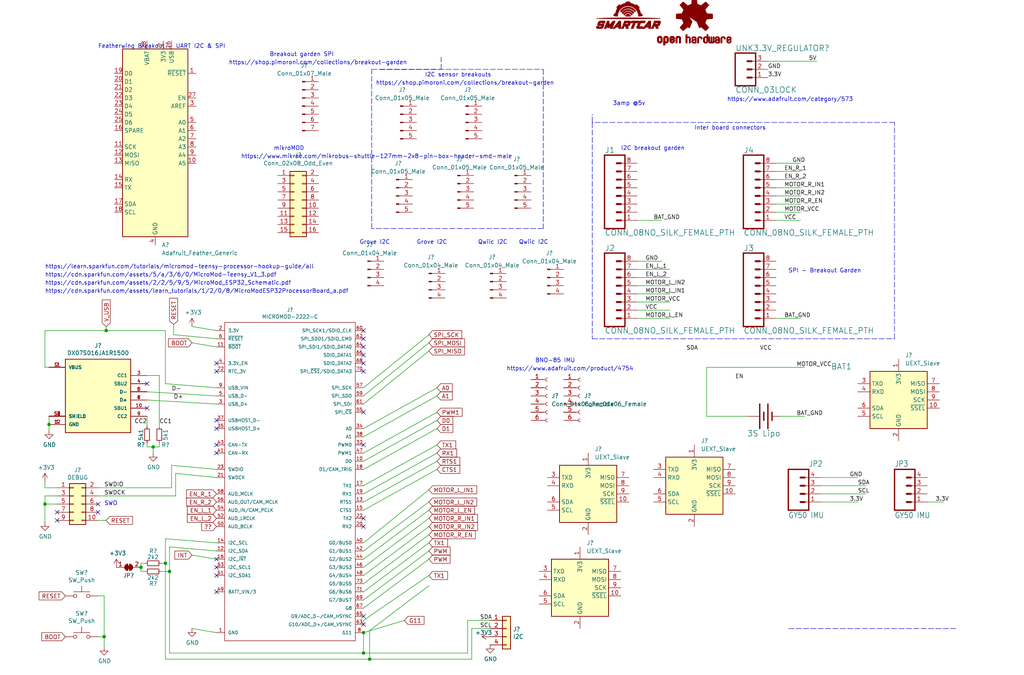
<source format=kicad_sch>
(kicad_sch (version 20211123) (generator eeschema)
  (paper "User" 318.389 210.007)
  (lib_symbols
    (symbol "Connector:Conn_01x04_Male" (pin_names (offset 1.016) hide)
      (property "Reference" "J" (at 0 5.08 0))
      (property "Value" "Conn_01x04_Male" (at 0 -7.62 0))
      (symbol "Conn_01x04_Male_1_1"
        (pin passive line (at 5.08 2.54 180) (length 3.81) (name "Pin_1") (number "1"))
        (pin passive line (at 5.08 0 180) (length 3.81) (name "Pin_2") (number "2"))
        (pin passive line (at 5.08 -2.54 180) (length 3.81) (name "Pin_3") (number "3"))
        (pin passive line (at 5.08 -5.08 180) (length 3.81) (name "Pin_4") (number "4"))
      )
    )
    (symbol "Connector:Conn_01x05_Male" (pin_names (offset 1.016) hide)
      (property "Reference" "J" (at 0 7.62 0))
      (property "Value" "Conn_01x05_Male" (at 0 -7.62 0))
      (symbol "Conn_01x05_Male_1_1"
        (pin passive line (at 5.08 5.08 180) (length 3.81) (name "Pin_1") (number "1"))
        (pin passive line (at 5.08 2.54 180) (length 3.81) (name "Pin_2") (number "2"))
        (pin passive line (at 5.08 0 180) (length 3.81) (name "Pin_3") (number "3"))
        (pin passive line (at 5.08 -2.54 180) (length 3.81) (name "Pin_4") (number "4"))
        (pin passive line (at 5.08 -5.08 180) (length 3.81) (name "Pin_5") (number "5"))
      )
    )
    (symbol "Connector:Conn_01x06_Female" (pin_names (offset 1.016) hide)
      (property "Reference" "J" (at 0 7.62 0))
      (property "Value" "Conn_01x06_Female" (at 0 -10.16 0))
      (symbol "Conn_01x06_Female_1_1"
        (pin passive line (at -5.08 5.08 0) (length 3.81) (name "Pin_1") (number "1"))
        (pin passive line (at -5.08 2.54 0) (length 3.81) (name "Pin_2") (number "2"))
        (pin passive line (at -5.08 0 0) (length 3.81) (name "Pin_3") (number "3"))
        (pin passive line (at -5.08 -2.54 0) (length 3.81) (name "Pin_4") (number "4"))
        (pin passive line (at -5.08 -5.08 0) (length 3.81) (name "Pin_5") (number "5"))
        (pin passive line (at -5.08 -7.62 0) (length 3.81) (name "Pin_6") (number "6"))
      )
    )
    (symbol "Connector:Conn_01x07_Male" (pin_names (offset 1.016) hide)
      (property "Reference" "J" (at 0 10.16 0))
      (property "Value" "Conn_01x07_Male" (at 0 -10.16 0))
      (symbol "Conn_01x07_Male_1_1"
        (pin passive line (at 5.08 7.62 180) (length 3.81) (name "Pin_1") (number "1"))
        (pin passive line (at 5.08 5.08 180) (length 3.81) (name "Pin_2") (number "2"))
        (pin passive line (at 5.08 2.54 180) (length 3.81) (name "Pin_3") (number "3"))
        (pin passive line (at 5.08 0 180) (length 3.81) (name "Pin_4") (number "4"))
        (pin passive line (at 5.08 -2.54 180) (length 3.81) (name "Pin_5") (number "5"))
        (pin passive line (at 5.08 -5.08 180) (length 3.81) (name "Pin_6") (number "6"))
        (pin passive line (at 5.08 -7.62 180) (length 3.81) (name "Pin_7") (number "7"))
      )
    )
    (symbol "Connector:UEXT_Slave"
      (property "Reference" "J" (at 6.35 10.16 0))
      (property "Value" "UEXT_Slave" (at 6.35 -10.16 0))
      (symbol "UEXT_Slave_1_1"
        (pin power_out line (at 0 12.7 270) (length 3.81) (name "3V3") (number "1"))
        (pin input line (at 12.7 -2.54 180) (length 3.81) (name "~{SSEL}") (number "10"))
        (pin power_in line (at 0 -12.7 90) (length 3.81) (name "GND") (number "2"))
        (pin input line (at -12.7 5.08 0) (length 3.81) (name "TXD") (number "3"))
        (pin output line (at -12.7 2.54 0) (length 3.81) (name "RXD") (number "4"))
        (pin input line (at -12.7 -5.08 0) (length 3.81) (name "SCL") (number "5"))
        (pin bidirectional line (at -12.7 -2.54 0) (length 3.81) (name "SDA") (number "6"))
        (pin input line (at 12.7 5.08 180) (length 3.81) (name "MISO") (number "7"))
        (pin output line (at 12.7 2.54 180) (length 3.81) (name "MOSI") (number "8"))
        (pin input line (at 12.7 0 180) (length 3.81) (name "SCK") (number "9"))
      )
    )
    (symbol "Connector_Generic:Conn_01x04" (pin_names (offset 1.016) hide)
      (property "Reference" "J" (at 0 5.08 0))
      (property "Value" "Conn_01x04" (at 0 -7.62 0))
      (symbol "Conn_01x04_1_1"
        (pin passive line (at -5.08 2.54 0) (length 3.81) (name "Pin_1") (number "1"))
        (pin passive line (at -5.08 0 0) (length 3.81) (name "Pin_2") (number "2"))
        (pin passive line (at -5.08 -2.54 0) (length 3.81) (name "Pin_3") (number "3"))
        (pin passive line (at -5.08 -5.08 0) (length 3.81) (name "Pin_4") (number "4"))
      )
    )
    (symbol "Connector_Generic:Conn_02x05_Odd_Even" (pin_names (offset 1.016) hide)
      (property "Reference" "J" (at 1.27 7.62 0))
      (property "Value" "Conn_02x05_Odd_Even" (at 1.27 -7.62 0))
      (symbol "Conn_02x05_Odd_Even_1_1"
        (pin passive line (at -5.08 5.08 0) (length 3.81) (name "Pin_1") (number "1"))
        (pin passive line (at 7.62 -5.08 180) (length 3.81) (name "Pin_10") (number "10"))
        (pin passive line (at 7.62 5.08 180) (length 3.81) (name "Pin_2") (number "2"))
        (pin passive line (at -5.08 2.54 0) (length 3.81) (name "Pin_3") (number "3"))
        (pin passive line (at 7.62 2.54 180) (length 3.81) (name "Pin_4") (number "4"))
        (pin passive line (at -5.08 0 0) (length 3.81) (name "Pin_5") (number "5"))
        (pin passive line (at 7.62 0 180) (length 3.81) (name "Pin_6") (number "6"))
        (pin passive line (at -5.08 -2.54 0) (length 3.81) (name "Pin_7") (number "7"))
        (pin passive line (at 7.62 -2.54 180) (length 3.81) (name "Pin_8") (number "8"))
        (pin passive line (at -5.08 -5.08 0) (length 3.81) (name "Pin_9") (number "9"))
      )
    )
    (symbol "Connector_Generic:Conn_02x08_Odd_Even" (pin_names (offset 1.016) hide)
      (property "Reference" "J" (at 1.27 10.16 0))
      (property "Value" "Conn_02x08_Odd_Even" (at 1.27 -12.7 0))
      (symbol "Conn_02x08_Odd_Even_1_1"
        (pin passive line (at -5.08 7.62 0) (length 3.81) (name "Pin_1") (number "1"))
        (pin passive line (at 7.62 -2.54 180) (length 3.81) (name "Pin_10") (number "10"))
        (pin passive line (at -5.08 -5.08 0) (length 3.81) (name "Pin_11") (number "11"))
        (pin passive line (at 7.62 -5.08 180) (length 3.81) (name "Pin_12") (number "12"))
        (pin passive line (at -5.08 -7.62 0) (length 3.81) (name "Pin_13") (number "13"))
        (pin passive line (at 7.62 -7.62 180) (length 3.81) (name "Pin_14") (number "14"))
        (pin passive line (at -5.08 -10.16 0) (length 3.81) (name "Pin_15") (number "15"))
        (pin passive line (at 7.62 -10.16 180) (length 3.81) (name "Pin_16") (number "16"))
        (pin passive line (at 7.62 7.62 180) (length 3.81) (name "Pin_2") (number "2"))
        (pin passive line (at -5.08 5.08 0) (length 3.81) (name "Pin_3") (number "3"))
        (pin passive line (at 7.62 5.08 180) (length 3.81) (name "Pin_4") (number "4"))
        (pin passive line (at -5.08 2.54 0) (length 3.81) (name "Pin_5") (number "5"))
        (pin passive line (at 7.62 2.54 180) (length 3.81) (name "Pin_6") (number "6"))
        (pin passive line (at -5.08 0 0) (length 3.81) (name "Pin_7") (number "7"))
        (pin passive line (at 7.62 0 180) (length 3.81) (name "Pin_8") (number "8"))
        (pin passive line (at -5.08 -2.54 0) (length 3.81) (name "Pin_9") (number "9"))
      )
    )
    (symbol "Device:R_Small" (pin_numbers hide) (pin_names (offset 0.254) hide)
      (property "Reference" "R" (at 0.762 0.508 0))
      (property "Value" "R_Small" (at 0.762 -1.016 0))
      (symbol "R_Small_1_1"
        (pin passive line (at 0 2.54 270) (length 0.762) (name "~") (number "1"))
        (pin passive line (at 0 -2.54 90) (length 0.762) (name "~") (number "2"))
      )
    )
    (symbol "Jumper:SolderJumper_2_Bridged" (pin_names (offset 0) hide)
      (property "Reference" "JP" (at 0 2.032 0))
      (property "Value" "SolderJumper_2_Bridged" (at 0 -2.54 0))
      (symbol "SolderJumper_2_Bridged_1_1"
        (pin passive line (at -3.81 0 0) (length 2.54) (name "A") (number "1"))
        (pin passive line (at 3.81 0 180) (length 2.54) (name "B") (number "2"))
      )
    )
    (symbol "MCU_Module:Adafruit_Feather_Generic"
      (property "Reference" "A" (at -10.16 29.21 0))
      (property "Value" "Adafruit_Feather_Generic" (at 2.54 -31.75 0))
      (symbol "Adafruit_Feather_Generic_1_1"
        (pin input line (at 12.7 20.32 180) (length 2.54) (name "~{RESET}") (number "1"))
        (pin bidirectional line (at 12.7 -7.62 180) (length 2.54) (name "A5") (number "10"))
        (pin bidirectional line (at -12.7 -2.54 0) (length 2.54) (name "SCK") (number "11"))
        (pin bidirectional line (at -12.7 -5.08 0) (length 2.54) (name "MOSI") (number "12"))
        (pin bidirectional line (at -12.7 -7.62 0) (length 2.54) (name "MISO") (number "13"))
        (pin bidirectional line (at -12.7 -12.7 0) (length 2.54) (name "RX") (number "14"))
        (pin bidirectional line (at -12.7 -15.24 0) (length 2.54) (name "TX") (number "15"))
        (pin bidirectional line (at -12.7 2.54 0) (length 2.54) (name "SPARE") (number "16"))
        (pin bidirectional line (at -12.7 -20.32 0) (length 2.54) (name "SDA") (number "17"))
        (pin bidirectional line (at -12.7 -22.86 0) (length 2.54) (name "SCL") (number "18"))
        (pin bidirectional line (at -12.7 20.32 0) (length 2.54) (name "D0") (number "19"))
        (pin power_in line (at 2.54 30.48 270) (length 2.54) (name "3V3") (number "2"))
        (pin bidirectional line (at -12.7 17.78 0) (length 2.54) (name "D1") (number "20"))
        (pin bidirectional line (at -12.7 15.24 0) (length 2.54) (name "D2") (number "21"))
        (pin bidirectional line (at -12.7 12.7 0) (length 2.54) (name "D3") (number "22"))
        (pin bidirectional line (at -12.7 10.16 0) (length 2.54) (name "D4") (number "23"))
        (pin bidirectional line (at -12.7 7.62 0) (length 2.54) (name "D5") (number "24"))
        (pin bidirectional line (at -12.7 5.08 0) (length 2.54) (name "D6") (number "25"))
        (pin power_in line (at 5.08 30.48 270) (length 2.54) (name "USB") (number "26"))
        (pin input line (at 12.7 12.7 180) (length 2.54) (name "EN") (number "27"))
        (pin power_in line (at -2.54 30.48 270) (length 2.54) (name "VBAT") (number "28"))
        (pin input line (at 12.7 10.16 180) (length 2.54) (name "AREF") (number "3"))
        (pin power_in line (at 0 -33.02 90) (length 2.54) (name "GND") (number "4"))
        (pin bidirectional line (at 12.7 5.08 180) (length 2.54) (name "A0") (number "5"))
        (pin bidirectional line (at 12.7 2.54 180) (length 2.54) (name "A1") (number "6"))
        (pin bidirectional line (at 12.7 0 180) (length 2.54) (name "A2") (number "7"))
        (pin bidirectional line (at 12.7 -2.54 180) (length 2.54) (name "A3") (number "8"))
        (pin bidirectional line (at 12.7 -5.08 180) (length 2.54) (name "A4") (number "9"))
      )
    )
    (symbol "Switch:SW_Push" (pin_numbers hide) (pin_names (offset 1.016) hide)
      (property "Reference" "SW" (at 1.27 2.54 0))
      (property "Value" "SW_Push" (at 0 -1.524 0))
      (symbol "SW_Push_0_1"
        (pin passive line (at -5.08 0 0) (length 2.54) (name "1") (number "1"))
        (pin passive line (at 5.08 0 180) (length 2.54) (name "2") (number "2"))
      )
    )
    (symbol "mmStep-rescue:+3.3V-power" (power) (pin_names (offset 0))
      (property "Value" "+3.3V-power" (at 0 3.556 0))
      (symbol "+3.3V-power_1_1"
        (pin power_in line (at 0 0 90) (length 0) hide (name "+3V3") (number "1"))
      )
    )
    (symbol "mmStep-rescue:DX07S016JA1R1500-USB" (pin_names (offset 1.016))
      (property "Reference" "J" (at -10.16 11.43 0))
      (property "Value" "DX07S016JA1R1500-USB" (at -10.16 -13.97 0))
      (symbol "DX07S016JA1R1500-USB_0_0"
        (pin power_in line (at 15.24 -10.16 180) (length 5.08) (name "GND") (number "1"))
        (pin passive line (at -15.24 -5.08 0) (length 5.08) (name "SBU1") (number "10"))
        (pin power_in line (at 15.24 7.62 180) (length 5.08) (name "VBUS") (number "11"))
        (pin power_in line (at 15.24 -10.16 180) (length 5.08) (name "GND") (number "12"))
        (pin power_in line (at 15.24 7.62 180) (length 5.08) (name "VBUS") (number "2"))
        (pin passive line (at -15.24 5.08 0) (length 5.08) (name "CC1") (number "3"))
        (pin passive line (at -15.24 2.54 0) (length 5.08) (name "SBU2") (number "4"))
        (pin passive line (at -15.24 0 0) (length 5.08) (name "D-") (number "5"))
        (pin passive line (at -15.24 -2.54 0) (length 5.08) (name "D+") (number "6"))
        (pin passive line (at -15.24 -2.54 0) (length 5.08) (name "D+") (number "7"))
        (pin passive line (at -15.24 0 0) (length 5.08) (name "D-") (number "8"))
        (pin passive line (at -15.24 -7.62 0) (length 5.08) (name "CC2") (number "9"))
        (pin passive line (at 15.24 -7.62 180) (length 5.08) (name "SHIELD") (number "S1"))
        (pin passive line (at 15.24 -7.62 180) (length 5.08) (name "SHIELD") (number "S2"))
        (pin passive line (at 15.24 -7.62 180) (length 5.08) (name "SHIELD") (number "S3"))
        (pin passive line (at 15.24 -7.62 180) (length 5.08) (name "SHIELD") (number "S4"))
        (pin passive line (at 15.24 -7.62 180) (length 5.08) (name "SHIELD") (number "S5"))
        (pin passive line (at 15.24 -7.62 180) (length 5.08) (name "SHIELD") (number "S6"))
      )
    )
    (symbol "mmStep-rescue:MICROMOD-2222-C-SparkFun-MicroMod" (pin_names (offset 1.016))
      (property "Reference" "J" (at -20.32 53.848 0))
      (property "Value" "MICROMOD-2222-C-SparkFun-MicroMod" (at -20.32 -48.26 0))
      (symbol "MICROMOD-2222-C-SparkFun-MicroMod_1_1"
        (pin bidirectional line (at -22.86 -43.18 0) (length 2.54) (name "GND") (number "1"))
        (pin bidirectional line (at 22.86 10.16 180) (length 2.54) (name "D0") (number "10"))
        (pin bidirectional line (at -22.86 45.72 0) (length 2.54) (name "~{BOOT}") (number "11"))
        (pin bidirectional line (at -22.86 -17.78 0) (length 2.54) (name "I2C_SDA") (number "12"))
        (pin bidirectional line (at 22.86 -2.54 180) (length 2.54) (name "RTS1") (number "13"))
        (pin bidirectional line (at -22.86 -15.24 0) (length 2.54) (name "I2C_SCL") (number "14"))
        (pin bidirectional line (at 22.86 -5.08 180) (length 2.54) (name "CTS1") (number "15"))
        (pin bidirectional line (at -22.86 -20.32 0) (length 2.54) (name "I2C_~{INT}") (number "16"))
        (pin bidirectional line (at 22.86 2.54 180) (length 2.54) (name "TX1") (number "17"))
        (pin bidirectional line (at 22.86 7.62 180) (length 2.54) (name "D1/CAM_TRIG") (number "18"))
        (pin bidirectional line (at 22.86 0 180) (length 2.54) (name "RX1") (number "19"))
        (pin power_in line (at -22.86 50.8 0) (length 2.54) (name "3.3V") (number "2"))
        (pin bidirectional line (at 22.86 -10.16 180) (length 2.54) (name "RX2") (number "20"))
        (pin bidirectional line (at -22.86 5.08 0) (length 2.54) (name "SWDCK") (number "21"))
        (pin bidirectional line (at 22.86 -7.62 180) (length 2.54) (name "TX2") (number "22"))
        (pin bidirectional line (at -22.86 7.62 0) (length 2.54) (name "SWDIO") (number "23"))
        (pin bidirectional line (at -22.86 27.94 0) (length 2.54) (name "USB_D+") (number "3"))
        (pin bidirectional line (at 22.86 15.24 180) (length 2.54) (name "PWM0") (number "32"))
        (pin bidirectional line (at -22.86 -43.18 0) (length 2.54) hide (name "GND") (number "33"))
        (pin bidirectional line (at 22.86 20.32 180) (length 2.54) (name "A0") (number "34"))
        (pin bidirectional line (at -22.86 20.32 0) (length 2.54) (name "USBHOST_D+") (number "35"))
        (pin bidirectional line (at -22.86 -43.18 0) (length 2.54) hide (name "GND") (number "36"))
        (pin bidirectional line (at -22.86 22.86 0) (length 2.54) (name "USBHOST_D-") (number "37"))
        (pin bidirectional line (at 22.86 17.78 180) (length 2.54) (name "A1") (number "38"))
        (pin bidirectional line (at -22.86 -43.18 0) (length 2.54) hide (name "GND") (number "39"))
        (pin bidirectional line (at -22.86 40.64 0) (length 2.54) (name "3.3V_EN") (number "4"))
        (pin bidirectional line (at 22.86 -15.24 180) (length 2.54) (name "G0/BUS0") (number "40"))
        (pin bidirectional line (at -22.86 12.7 0) (length 2.54) (name "CAN-RX") (number "41"))
        (pin bidirectional line (at 22.86 -17.78 180) (length 2.54) (name "G1/BUS1") (number "42"))
        (pin bidirectional line (at -22.86 15.24 0) (length 2.54) (name "CAN-TX") (number "43"))
        (pin bidirectional line (at 22.86 -20.32 180) (length 2.54) (name "G2/BUS2") (number "44"))
        (pin bidirectional line (at -22.86 -43.18 0) (length 2.54) hide (name "GND") (number "45"))
        (pin bidirectional line (at 22.86 -22.86 180) (length 2.54) (name "G3/BUS3") (number "46"))
        (pin bidirectional line (at 22.86 12.7 180) (length 2.54) (name "PWM1") (number "47"))
        (pin bidirectional line (at 22.86 -25.4 180) (length 2.54) (name "G4/BUS4") (number "48"))
        (pin bidirectional line (at -22.86 -30.48 0) (length 2.54) (name "BATT_VIN/3") (number "49"))
        (pin bidirectional line (at -22.86 30.48 0) (length 2.54) (name "USB_D-") (number "5"))
        (pin bidirectional line (at -22.86 -10.16 0) (length 2.54) (name "AUD_BCLK") (number "50"))
        (pin bidirectional line (at -22.86 -25.4 0) (length 2.54) (name "I2C_SDA1") (number "51"))
        (pin bidirectional line (at -22.86 -7.62 0) (length 2.54) (name "AUD_LRCLK") (number "52"))
        (pin bidirectional line (at -22.86 -22.86 0) (length 2.54) (name "I2C_SCL1") (number "53"))
        (pin bidirectional line (at -22.86 -5.08 0) (length 2.54) (name "AUD_IN/CAM_PCLK") (number "54"))
        (pin bidirectional line (at 22.86 25.4 180) (length 2.54) (name "SPI_~{CS}") (number "55"))
        (pin bidirectional line (at -22.86 -2.54 0) (length 2.54) (name "AUD_OUT/CAM_MCLK") (number "56"))
        (pin bidirectional line (at 22.86 33.02 180) (length 2.54) (name "SPI_SCK") (number "57"))
        (pin bidirectional line (at -22.86 0 0) (length 2.54) (name "AUD_MCLK") (number "58"))
        (pin bidirectional line (at 22.86 30.48 180) (length 2.54) (name "SPI_SDO") (number "59"))
        (pin bidirectional line (at -22.86 48.26 0) (length 2.54) (name "~{RESET}") (number "6"))
        (pin bidirectional line (at 22.86 50.8 180) (length 2.54) (name "SPI_SCK1/SDIO_CLK") (number "60"))
        (pin bidirectional line (at 22.86 27.94 180) (length 2.54) (name "SPI_SDI") (number "61"))
        (pin bidirectional line (at 22.86 48.26 180) (length 2.54) (name "SPI_SDO1/SDIO_CMD") (number "62"))
        (pin bidirectional line (at 22.86 -40.64 180) (length 2.54) (name "G10/ADC_D+/CAM_VSYNC") (number "63"))
        (pin bidirectional line (at 22.86 45.72 180) (length 2.54) (name "SPI_SDI1/SDIO_DATA0") (number "64"))
        (pin bidirectional line (at 22.86 -38.1 180) (length 2.54) (name "G9/ADC_D-/CAM_HSYNC") (number "65"))
        (pin bidirectional line (at 22.86 43.18 180) (length 2.54) (name "SDIO_DATA1") (number "66"))
        (pin bidirectional line (at 22.86 -35.56 180) (length 2.54) (name "G8") (number "67"))
        (pin bidirectional line (at 22.86 40.64 180) (length 2.54) (name "SDIO_DATA2") (number "68"))
        (pin bidirectional line (at 22.86 -33.02 180) (length 2.54) (name "G7/BUS7") (number "69"))
        (pin bidirectional line (at -22.86 -43.18 0) (length 2.54) hide (name "GND") (number "7"))
        (pin bidirectional line (at 22.86 38.1 180) (length 2.54) (name "SPI_~{CS1}/SDIO_DATA3") (number "70"))
        (pin bidirectional line (at 22.86 -30.48 180) (length 2.54) (name "G6/BUS6") (number "71"))
        (pin bidirectional line (at -22.86 38.1 0) (length 2.54) (name "RTC_3V") (number "72"))
        (pin bidirectional line (at 22.86 -27.94 180) (length 2.54) (name "G5/BUS5") (number "73"))
        (pin power_in line (at -22.86 50.8 0) (length 2.54) hide (name "3.3V") (number "74"))
        (pin bidirectional line (at -22.86 -43.18 0) (length 2.54) hide (name "GND") (number "75"))
        (pin bidirectional line (at 22.86 -43.18 180) (length 2.54) (name "G11") (number "8"))
        (pin bidirectional line (at -22.86 33.02 0) (length 2.54) (name "USB_VIN") (number "9"))
      )
    )
    (symbol "modules_board-eagle-import:AA-BATTERY-PTH"
      (property "Reference" "BAT" (at 0 4.318 0))
      (property "Value" "AA-BATTERY-PTH" (at 0 -4.318 0))
      (symbol "AA-BATTERY-PTH_1_0"
        (pin power_in line (at 5.08 0 180) (length 2.54) (name "-") (number "NEG"))
        (pin power_in line (at -5.08 0 0) (length 2.54) (name "+") (number "POS"))
      )
    )
    (symbol "modules_board-eagle-import:CONN_03LOCK"
      (property "Reference" "J" (at -2.54 5.588 0))
      (property "Value" "CONN_03LOCK" (at -2.54 -7.366 0))
      (symbol "CONN_03LOCK_1_0"
        (pin passive line (at 7.62 -2.54 180) (length 5.08) (name "1") (number "1"))
        (pin passive line (at 7.62 0 180) (length 5.08) (name "2") (number "2"))
        (pin passive line (at 7.62 2.54 180) (length 5.08) (name "3") (number "3"))
      )
    )
    (symbol "modules_board-eagle-import:CONN_08NO_SILK_FEMALE_PTH"
      (property "Reference" "J" (at -5.08 13.208 0))
      (property "Value" "CONN_08NO_SILK_FEMALE_PTH" (at -5.08 -12.446 0))
      (symbol "CONN_08NO_SILK_FEMALE_PTH_1_0"
        (pin passive line (at 5.08 -7.62 180) (length 5.08) (name "1") (number "1"))
        (pin passive line (at 5.08 -5.08 180) (length 5.08) (name "2") (number "2"))
        (pin passive line (at 5.08 -2.54 180) (length 5.08) (name "3") (number "3"))
        (pin passive line (at 5.08 0 180) (length 5.08) (name "4") (number "4"))
        (pin passive line (at 5.08 2.54 180) (length 5.08) (name "5") (number "5"))
        (pin passive line (at 5.08 5.08 180) (length 5.08) (name "6") (number "6"))
        (pin passive line (at 5.08 7.62 180) (length 5.08) (name "7") (number "7"))
        (pin passive line (at 5.08 10.16 180) (length 5.08) (name "8") (number "8"))
      )
    )
    (symbol "modules_board-eagle-import:M04NO_SILK_ALL_ROUND"
      (property "Reference" "JP" (at -5.08 8.382 0))
      (property "Value" "M04NO_SILK_ALL_ROUND" (at -5.08 -7.62 0))
      (symbol "M04NO_SILK_ALL_ROUND_1_0"
        (pin passive line (at 5.08 -2.54 180) (length 5.08) (name "1") (number "1"))
        (pin passive line (at 5.08 0 180) (length 5.08) (name "2") (number "2"))
        (pin passive line (at 5.08 2.54 180) (length 5.08) (name "3") (number "3"))
        (pin passive line (at 5.08 5.08 180) (length 5.08) (name "4") (number "4"))
      )
    )
    (symbol "modules_board-eagle-import:OSHW-LOGOL")
    (symbol "modules_board-eagle-import:SMARTCAR_LOGOMEDIUM")
    (symbol "power:+3V3" (power) (pin_names (offset 0))
      (property "Value" "+3V3" (at 0 3.556 0))
      (symbol "+3V3_1_1"
        (pin power_in line (at 0 0 90) (length 0) hide (name "+3V3") (number "1"))
      )
    )
    (symbol "power:GND" (power) (pin_names (offset 0))
      (property "Value" "GND" (at 0 -3.81 0))
      (symbol "GND_1_1"
        (pin power_in line (at 0 0 270) (length 0) hide (name "GND") (number "1"))
      )
    )
  )
  (junction (at 32.385 198.12))
  (junction (at 114.935 205.105))
  (junction (at 52.705 177.8))
  (junction (at 13.97 156.845))
  (junction (at 15.24 132.08))
  (junction (at 43.815 176.53))
  (junction (at 33.02 102.87))
  (junction (at 47.625 139.065))
  (junction (at 113.03 196.85))
  (junction (at 113.03 203.2))
  (junction (at 51.435 175.26))
  (no_connect (at 113.03 163.83))
  (no_connect (at 67.31 184.15))
  (no_connect (at 17.78 159.385))
  (no_connect (at 113.03 191.77))
  (no_connect (at 113.03 194.31))
  (no_connect (at 67.31 113.03))
  (no_connect (at 17.78 161.925))
  (no_connect (at 113.03 107.95))
  (no_connect (at 67.31 179.07))
  (no_connect (at 113.03 110.49))
  (no_connect (at 67.31 130.81))
  (no_connect (at 67.31 173.99))
  (no_connect (at 67.31 133.35))
  (no_connect (at 113.03 115.57))
  (no_connect (at 45.72 119.38))
  (no_connect (at 67.31 176.53))
  (no_connect (at 113.03 105.41))
  (no_connect (at 67.31 138.43))
  (no_connect (at 113.03 138.43))
  (no_connect (at 30.48 156.845))
  (no_connect (at 67.31 115.57))
  (no_connect (at 30.48 159.385))
  (no_connect (at 113.03 102.87))
  (no_connect (at 113.03 128.27))
  (no_connect (at 113.03 113.03))
  (no_connect (at 113.03 161.29))
  (no_connect (at 45.72 127))
  (no_connect (at 67.31 140.97))
  (wire (pts (xy 198.12 99.06) (xy 208.28 99.06)))
  (wire (pts (xy 152.4 195.58) (xy 146.685 195.58)))
  (polyline (pts (xy 184.15 38.1) (xy 184.15 105.41)))
  (wire (pts (xy 13.97 151.765) (xy 13.97 149.86)))
  (wire (pts (xy 30.48 154.305) (xy 54.61 154.305)))
  (wire (pts (xy 219.71 129.54) (xy 232.41 129.54)))
  (wire (pts (xy 241.3 68.58) (xy 248.92 68.58)))
  (wire (pts (xy 67.31 107.95) (xy 59.69 106.68)))
  (wire (pts (xy 133.35 152.4) (xy 113.03 168.91)))
  (wire (pts (xy 51.435 119.38) (xy 51.435 102.87)))
  (polyline (pts (xy 297.18 195.58) (xy 245.11 195.58)))
  (wire (pts (xy 255.27 156.21) (xy 266.7 156.21)))
  (wire (pts (xy 198.12 88.9) (xy 208.28 88.9)))
  (wire (pts (xy 32.385 198.12) (xy 32.385 185.42)))
  (polyline (pts (xy 115.57 71.12) (xy 115.57 21.59)))
  (wire (pts (xy 114.935 196.215) (xy 133.35 182.245)))
  (wire (pts (xy 52.705 203.2) (xy 52.705 177.8)))
  (wire (pts (xy 51.435 175.26) (xy 51.435 205.105)))
  (wire (pts (xy 13.97 114.3) (xy 15.24 114.3)))
  (wire (pts (xy 50.165 177.8) (xy 52.705 177.8)))
  (wire (pts (xy 113.03 133.35) (xy 135.89 120.65)))
  (wire (pts (xy 113.03 186.69) (xy 133.35 171.45)))
  (wire (pts (xy 113.03 153.67) (xy 135.89 140.97)))
  (wire (pts (xy 113.03 135.89) (xy 135.89 123.19)))
  (wire (pts (xy 219.71 114.3) (xy 250.19 114.3)))
  (wire (pts (xy 43.815 176.53) (xy 43.815 177.8)))
  (wire (pts (xy 113.03 120.65) (xy 133.35 104.14)))
  (wire (pts (xy 255.27 148.59) (xy 266.7 148.59)))
  (wire (pts (xy 30.48 151.765) (xy 53.34 151.765)))
  (wire (pts (xy 241.3 58.42) (xy 248.92 58.42)))
  (wire (pts (xy 241.3 50.8) (xy 248.92 50.8)))
  (wire (pts (xy 53.975 104.14) (xy 67.31 105.41)))
  (wire (pts (xy 13.97 156.845) (xy 13.97 162.56)))
  (wire (pts (xy 17.78 151.765) (xy 13.97 151.765)))
  (wire (pts (xy 43.815 177.8) (xy 45.085 177.8)))
  (wire (pts (xy 53.34 144.78) (xy 67.31 146.05)))
  (polyline (pts (xy 278.13 105.41) (xy 278.13 38.1)))
  (wire (pts (xy 13.97 102.87) (xy 13.97 114.3)))
  (wire (pts (xy 146.685 195.58) (xy 146.685 205.105)))
  (wire (pts (xy 238.76 19.05) (xy 254 19.05)))
  (wire (pts (xy 47.625 140.97) (xy 47.625 139.065)))
  (polyline (pts (xy 118.11 21.59) (xy 168.91 21.59)))
  (wire (pts (xy 67.31 102.87) (xy 59.69 101.6)))
  (wire (pts (xy 255.27 153.67) (xy 269.24 153.67)))
  (wire (pts (xy 241.3 55.88) (xy 248.92 55.88)))
  (wire (pts (xy 52.705 170.18) (xy 67.31 171.45)))
  (wire (pts (xy 43.815 175.26) (xy 43.815 176.53)))
  (wire (pts (xy 113.03 171.45) (xy 133.35 156.21)))
  (wire (pts (xy 113.03 179.07) (xy 133.35 163.83)))
  (wire (pts (xy 15.24 133.985) (xy 15.24 132.08)))
  (polyline (pts (xy 278.13 38.1) (xy 184.15 38.1)))
  (wire (pts (xy 32.385 185.42) (xy 30.48 185.42)))
  (wire (pts (xy 113.03 143.51) (xy 135.89 130.81)))
  (wire (pts (xy 67.31 168.91) (xy 51.435 167.64)))
  (wire (pts (xy 67.31 120.65) (xy 51.435 119.38)))
  (wire (pts (xy 241.3 60.96) (xy 248.92 60.96)))
  (wire (pts (xy 241.3 99.06) (xy 248.92 99.06)))
  (wire (pts (xy 51.435 205.105) (xy 114.935 205.105)))
  (wire (pts (xy 113.03 151.13) (xy 135.89 138.43)))
  (wire (pts (xy 242.57 129.54) (xy 250.19 129.54)))
  (wire (pts (xy 145.415 193.04) (xy 152.4 193.04)))
  (wire (pts (xy 67.31 173.99) (xy 59.69 172.72)))
  (wire (pts (xy 241.3 53.34) (xy 248.92 53.34)))
  (wire (pts (xy 33.02 102.87) (xy 51.435 102.87)))
  (wire (pts (xy 198.12 91.44) (xy 208.28 91.44)))
  (polyline (pts (xy 184.15 38.1) (xy 184.15 35.56)))
  (wire (pts (xy 113.03 194.31) (xy 113.03 193.04)))
  (wire (pts (xy 113.03 146.05) (xy 135.89 133.35)))
  (wire (pts (xy 219.71 114.3) (xy 219.71 129.54)))
  (polyline (pts (xy 168.91 21.59) (xy 168.91 71.12)))
  (wire (pts (xy 49.53 116.84) (xy 45.72 116.84)))
  (wire (pts (xy 198.12 81.28) (xy 205.74 81.28)))
  (wire (pts (xy 45.085 175.26) (xy 43.815 175.26)))
  (polyline (pts (xy 184.15 105.41) (xy 278.13 105.41)))
  (wire (pts (xy 113.03 176.53) (xy 133.35 161.29)))
  (wire (pts (xy 288.29 156.21) (xy 293.37 156.21)))
  (wire (pts (xy 114.935 205.105) (xy 114.935 196.215)))
  (wire (pts (xy 67.31 148.59) (xy 54.61 147.32)))
  (wire (pts (xy 198.12 86.36) (xy 208.28 86.36)))
  (wire (pts (xy 113.03 125.73) (xy 133.35 109.22)))
  (wire (pts (xy 113.03 184.15) (xy 133.35 168.91)))
  (wire (pts (xy 33.02 102.87) (xy 13.97 102.87)))
  (wire (pts (xy 113.03 196.85) (xy 125.73 193.04)))
  (wire (pts (xy 255.27 151.13) (xy 269.24 151.13)))
  (wire (pts (xy 49.53 139.065) (xy 49.53 137.795)))
  (wire (pts (xy 113.03 189.23) (xy 133.35 173.99)))
  (wire (pts (xy 52.705 177.8) (xy 52.705 170.18)))
  (wire (pts (xy 145.415 203.2) (xy 145.415 193.04)))
  (wire (pts (xy 52.705 203.2) (xy 113.03 203.2)))
  (wire (pts (xy 113.03 203.2) (xy 113.03 196.85)))
  (wire (pts (xy 45.72 137.795) (xy 45.72 139.065)))
  (polyline (pts (xy 115.57 21.59) (xy 137.16 21.59)))
  (wire (pts (xy 113.03 156.21) (xy 135.89 143.51)))
  (wire (pts (xy 30.48 198.12) (xy 32.385 198.12)))
  (wire (pts (xy 45.72 132.715) (xy 45.72 129.54)))
  (wire (pts (xy 113.03 193.04) (xy 133.35 179.07)))
  (wire (pts (xy 32.385 201.295) (xy 32.385 198.12)))
  (wire (pts (xy 53.34 144.78) (xy 53.34 151.765)))
  (wire (pts (xy 67.31 196.85) (xy 59.69 195.58)))
  (wire (pts (xy 49.53 132.715) (xy 49.53 116.84)))
  (wire (pts (xy 113.03 203.2) (xy 145.415 203.2)))
  (wire (pts (xy 198.12 96.52) (xy 208.28 96.52)))
  (wire (pts (xy 47.625 139.065) (xy 49.53 139.065)))
  (wire (pts (xy 113.03 123.19) (xy 133.35 106.68)))
  (wire (pts (xy 241.3 66.04) (xy 248.92 66.04)))
  (wire (pts (xy 50.165 175.26) (xy 51.435 175.26)))
  (wire (pts (xy 13.97 154.305) (xy 13.97 156.845)))
  (wire (pts (xy 53.975 100.965) (xy 53.975 104.14)))
  (wire (pts (xy 113.03 173.99) (xy 133.35 158.75)))
  (wire (pts (xy 45.72 121.92) (xy 67.31 123.19)))
  (polyline (pts (xy 168.91 71.12) (xy 115.57 71.12)))
  (wire (pts (xy 15.24 129.54) (xy 15.24 132.08)))
  (wire (pts (xy 51.435 167.64) (xy 51.435 175.26)))
  (wire (pts (xy 45.72 139.065) (xy 47.625 139.065)))
  (wire (pts (xy 17.78 154.305) (xy 13.97 154.305)))
  (wire (pts (xy 45.72 124.46) (xy 67.31 125.73)))
  (wire (pts (xy 198.12 68.58) (xy 205.74 68.58)))
  (wire (pts (xy 146.685 205.105) (xy 114.935 205.105)))
  (wire (pts (xy 113.03 158.75) (xy 135.89 146.05)))
  (wire (pts (xy 198.12 93.98) (xy 208.28 93.98)))
  (polyline (pts (xy 137.16 21.59) (xy 137.16 17.78)))
  (wire (pts (xy 198.12 83.82) (xy 208.28 83.82)))
  (wire (pts (xy 113.03 140.97) (xy 135.89 128.27)))
  (wire (pts (xy 30.48 161.925) (xy 33.02 161.925)))
  (wire (pts (xy 241.3 63.5) (xy 248.92 63.5)))
  (wire (pts (xy 54.61 147.32) (xy 54.61 154.305)))
  (wire (pts (xy 17.78 156.845) (xy 13.97 156.845)))
  (wire (pts (xy 113.03 181.61) (xy 133.35 166.37)))
  (wire (pts (xy 33.02 101.6) (xy 33.02 102.87)))
  (text "Grove I2C" (at 111.76 76.2 0) (effects (font (size 1.27 1.27)) (justify left bottom)))
  (text "https://cdn.sparkfun.com/assets/5/a/3/6/0/MicroMod-Teensy_V1_3.pdf" (at 13.97 86.36 0) (effects (font (size 1.27 1.27)) (justify left bottom)))
  (text "3amp @5v" (at 190.5 33.02 0) (effects (font (size 1.27 1.27)) (justify left bottom)))
  (text "SWO" (at 32.385 157.48 0) (effects (font (size 1.27 1.27)) (justify left bottom)))
  (text "https://shop.pimoroni.com/collections/breakout-garden" (at 116.84 26.67 0) (effects (font (size 1.27 1.27)) (justify left bottom)))
  (text "https://cdn.sparkfun.com/assets/2/2/5/9/5/MicroMod_ESP32_Schematic.pdf" (at 13.97 88.9 0) (effects (font (size 1.27 1.27)) (justify left bottom)))
  (text "I2C breakout garden" (at 193.04 46.99 0) (effects (font (size 1.27 1.27)) (justify left bottom)))
  (text "mikroMOD\n" (at 85.09 46.99 0) (effects (font (size 1.27 1.27)) (justify left bottom)))
  (text "SPI - Breakout Garden" (at 245.11 85.09 0) (effects (font (size 1.27 1.27)) (justify left bottom)))
  (text "I2C sensor breakouts" (at 132.08 24.13 0) (effects (font (size 1.27 1.27)) (justify left bottom)))
  (text "BNO-85 IMU" (at 166.37 113.03 0) (effects (font (size 1.27 1.27)) (justify left bottom)))
  (text "Inter board connectors" (at 215.9 40.64 0) (effects (font (size 1.27 1.27)) (justify left bottom)))
  (text "https://shop.pimoroni.com/collections/breakout-garden" (at 71.12 20.32 0) (effects (font (size 1.27 1.27)) (justify left bottom)))
  (text "Qwiic I2C\n" (at 148.59 76.2 0) (effects (font (size 1.27 1.27)) (justify left bottom)))
  (text "Grove I2C" (at 129.54 76.2 0) (effects (font (size 1.27 1.27)) (justify left bottom)))
  (text "https://www.adafruit.com/category/573" (at 226.06 31.75 0) (effects (font (size 1.27 1.27)) (justify left bottom)))
  (text "Qwiic I2C\n" (at 161.29 76.2 0) (effects (font (size 1.27 1.27)) (justify left bottom)))
  (text "https://www.mikroe.com/mikrobus-shuttle-127mm-2x8-pin-box-header-smd-male" (at 74.93 49.53 0) (effects (font (size 1.27 1.27)) (justify left bottom)))
  (text "Breakout garden SPI\n" (at 83.82 17.78 0) (effects (font (size 1.27 1.27)) (justify left bottom)))
  (text "https://learn.sparkfun.com/tutorials/micromod-teensy-processor-hookup-guide/all" (at 13.97 83.82 0) (effects (font (size 1.27 1.27)) (justify left bottom)))
  (text "Featherwing Breakout - UART I2C & SPI" (at 30.48 15.24 0) (effects (font (size 1.27 1.27)) (justify left bottom)))
  (text "https://cdn.sparkfun.com/assets/learn_tutorials/1/2/0/8/MicroModESP32ProcessorBoard_a.pdf" (at 13.97 91.44 0) (effects (font (size 1.27 1.27)) (justify left bottom)))
  (text "https://www.adafruit.com/product/4754" (at 157.48 115.57 0) (effects (font (size 1.27 1.27)) (justify left bottom)))
  (label "VCC" (at 236.22 109.22 0) (effects (font (size 1.2446 1.2446))))
  (label "BAT_GND" (at 243.84 99.06 0) (effects (font (size 1.2446 1.2446))))
  (label "MOTOR_L_IN1" (at 200.66 91.44 0) (effects (font (size 1.2446 1.2446))))
  (label "EN_L_2" (at 200.66 86.36 0) (effects (font (size 1.2446 1.2446))))
  (label "MOTOR_VCC" (at 200.66 93.98 0) (effects (font (size 1.2446 1.2446))))
  (label "CC1" (at 49.53 132.08 0))
  (label "VCC" (at 243.84 68.58 0) (effects (font (size 1.2446 1.2446))))
  (label "GND" (at 200.66 81.28 0) (effects (font (size 1.2446 1.2446))))
  (label "SWDIO" (at 32.385 151.765 0))
  (label "GND" (at 264.16 148.59 0) (effects (font (size 1.2446 1.2446))))
  (label "MOTOR_L_EN" (at 200.66 99.06 0) (effects (font (size 1.2446 1.2446))))
  (label "GND" (at 246.38 50.8 0) (effects (font (size 1.2446 1.2446))))
  (label "5V" (at 251.46 19.05 0) (effects (font (size 1.2446 1.2446))))
  (label "SDA" (at 266.7 151.13 0) (effects (font (size 1.2446 1.2446))))
  (label "SDA" (at 213.36 109.22 0) (effects (font (size 1.2446 1.2446))))
  (label "EN" (at 228.6 118.11 0) (effects (font (size 1.2446 1.2446))))
  (label "SDA" (at 149.225 193.04 0))
  (label "GND" (at 238.76 21.59 0) (effects (font (size 1.2446 1.2446))))
  (label "SCL" (at 149.225 195.58 0))
  (label "3.3V" (at 264.16 156.21 0) (effects (font (size 1.2446 1.2446))))
  (label "VCC" (at 200.66 96.52 0) (effects (font (size 1.2446 1.2446))))
  (label "MOTOR_VCC" (at 243.84 66.04 0) (effects (font (size 1.2446 1.2446))))
  (label "EN_L_1" (at 200.66 83.82 0) (effects (font (size 1.2446 1.2446))))
  (label "BAT_GND" (at 247.65 129.54 0) (effects (font (size 1.2446 1.2446))))
  (label "3.3V" (at 290.83 156.21 0) (effects (font (size 1.2446 1.2446))))
  (label "MOTOR_L_IN2" (at 200.66 88.9 0) (effects (font (size 1.2446 1.2446))))
  (label "SWDCK" (at 32.385 154.305 0))
  (label "3.3V" (at 238.76 24.13 0) (effects (font (size 1.2446 1.2446))))
  (label "MOTOR_VCC" (at 247.65 114.3 0) (effects (font (size 1.2446 1.2446))))
  (label "EN_R_2" (at 243.84 55.88 0) (effects (font (size 1.2446 1.2446))))
  (label "D-" (at 53.34 121.92 0))
  (label "D+" (at 53.975 124.46 0))
  (label "MOTOR_R_EN" (at 243.84 63.5 0) (effects (font (size 1.2446 1.2446))))
  (label "MOTOR_R_IN1" (at 243.84 58.42 0) (effects (font (size 1.2446 1.2446))))
  (label "EN_R_1" (at 243.84 53.34 0) (effects (font (size 1.2446 1.2446))))
  (label "BAT_GND" (at 203.2 68.58 0) (effects (font (size 1.2446 1.2446))))
  (label "MOTOR_R_IN2" (at 243.84 60.96 0) (effects (font (size 1.2446 1.2446))))
  (label "CC2" (at 45.72 132.08 180))
  (label "SCL" (at 266.7 153.67 0) (effects (font (size 1.2446 1.2446))))
  (global_label "V_USB" (shape input) (at 33.02 101.6 90) (property "Intersheet References" "${INTERSHEET_REFS}" (effects hide)))
  (global_label "BOOT" (shape input) (at 20.32 198.12 180) (property "Intersheet References" "${INTERSHEET_REFS}" (effects hide)))
  (global_label "TX1" (shape input) (at 133.35 168.91 0) (property "Intersheet References" "${INTERSHEET_REFS}" (effects hide)))
  (global_label "EN_L_1" (shape input) (at 67.31 158.75 180) (property "Intersheet References" "${INTERSHEET_REFS}" (effects hide)))
  (global_label "D0" (shape input) (at 135.89 130.81 0) (property "Intersheet References" "${INTERSHEET_REFS}" (effects hide)))
  (global_label "INT" (shape input) (at 59.69 172.72 180) (property "Intersheet References" "${INTERSHEET_REFS}" (effects hide)))
  (global_label "PWM" (shape input) (at 133.35 173.99 0) (property "Intersheet References" "${INTERSHEET_REFS}" (effects hide)))
  (global_label "SPI_MISO" (shape input) (at 133.35 109.22 0) (property "Intersheet References" "${INTERSHEET_REFS}" (effects hide)))
  (global_label "RESET" (shape input) (at 33.02 161.925 0) (property "Intersheet References" "${INTERSHEET_REFS}" (effects hide)))
  (global_label "PWM1" (shape input) (at 135.89 128.27 0) (property "Intersheet References" "${INTERSHEET_REFS}" (effects hide)))
  (global_label "RTS1" (shape input) (at 135.89 143.51 0) (property "Intersheet References" "${INTERSHEET_REFS}" (effects hide)))
  (global_label "MOTOR_R_EN" (shape input) (at 133.35 166.37 0) (property "Intersheet References" "${INTERSHEET_REFS}" (effects hide)))
  (global_label "G11" (shape input) (at 125.73 193.04 0) (property "Intersheet References" "${INTERSHEET_REFS}" (effects hide)))
  (global_label "MOTOR_L_IN2" (shape input) (at 133.35 156.21 0) (property "Intersheet References" "${INTERSHEET_REFS}" (effects hide)))
  (global_label "MOTOR_L_IN1" (shape input) (at 133.35 152.4 0) (property "Intersheet References" "${INTERSHEET_REFS}" (effects hide)))
  (global_label "MOTOR_L_EN" (shape input) (at 133.35 158.75 0) (property "Intersheet References" "${INTERSHEET_REFS}" (effects hide)))
  (global_label "A0" (shape input) (at 135.89 120.65 0) (property "Intersheet References" "${INTERSHEET_REFS}" (effects hide)))
  (global_label "RX1" (shape input) (at 135.89 140.97 0) (property "Intersheet References" "${INTERSHEET_REFS}" (effects hide)))
  (global_label "BOOT" (shape input) (at 59.69 106.68 180) (property "Intersheet References" "${INTERSHEET_REFS}" (effects hide)))
  (global_label "RESET" (shape input) (at 20.32 185.42 180) (property "Intersheet References" "${INTERSHEET_REFS}" (effects hide)))
  (global_label "TX1" (shape input) (at 135.89 138.43 0) (property "Intersheet References" "${INTERSHEET_REFS}" (effects hide)))
  (global_label "EN_L_2" (shape input) (at 67.31 161.29 180) (property "Intersheet References" "${INTERSHEET_REFS}" (effects hide)))
  (global_label "TX1" (shape input) (at 133.35 179.07 0) (property "Intersheet References" "${INTERSHEET_REFS}" (effects hide)))
  (global_label "CTS1" (shape input) (at 135.89 146.05 0) (property "Intersheet References" "${INTERSHEET_REFS}" (effects hide)))
  (global_label "A1" (shape input) (at 135.89 123.19 0) (property "Intersheet References" "${INTERSHEET_REFS}" (effects hide)))
  (global_label "MOTOR_R_IN1" (shape input) (at 133.35 161.29 0) (property "Intersheet References" "${INTERSHEET_REFS}" (effects hide)))
  (global_label "SPI_MOSI" (shape input) (at 133.35 106.68 0) (property "Intersheet References" "${INTERSHEET_REFS}" (effects hide)))
  (global_label "EN_R_1" (shape input) (at 67.31 153.67 180) (property "Intersheet References" "${INTERSHEET_REFS}" (effects hide)))
  (global_label "SPI_SCK" (shape input) (at 133.35 104.14 0) (property "Intersheet References" "${INTERSHEET_REFS}" (effects hide)))
  (global_label "RESET" (shape input) (at 53.975 100.965 90) (property "Intersheet References" "${INTERSHEET_REFS}" (effects hide)))
  (global_label "??" (shape input) (at 67.31 163.83 180) (property "Intersheet References" "${INTERSHEET_REFS}" (effects hide)))
  (global_label "EN_R_2" (shape input) (at 67.31 156.21 180) (property "Intersheet References" "${INTERSHEET_REFS}" (effects hide)))
  (global_label "D1" (shape input) (at 135.89 133.35 0) (property "Intersheet References" "${INTERSHEET_REFS}" (effects hide)))
  (global_label "MOTOR_R_IN2" (shape input) (at 133.35 163.83 0) (property "Intersheet References" "${INTERSHEET_REFS}" (effects hide)))
  (global_label "PWM" (shape input) (at 133.35 171.45 0) (property "Intersheet References" "${INTERSHEET_REFS}" (effects hide)))
  (symbol (lib_id "modules_board-eagle-import:AA-BATTERY-PTH") (at 237.49 129.54 0) (unit 1)
    (property "Reference" "BAT1" (at 261.62 115.062 0) (effects (font (size 1.778 1.778)) (justify bottom)))
    (property "Value" "3S Lipo" (at 237.49 133.858 0) (effects (font (size 1.778 1.778)) (justify top)))
    (property "Footprint" "modules_board:AA-PCB-BATTERY" (effects hide))
  )
  (symbol (lib_id "mmStep-rescue:DX07S016JA1R1500-USB") (at 30.48 121.92 0) (mirror y) (unit 1)
    (property "Reference" "J?" (at 30.48 107.5182 0))
    (property "Value" "DX07S016JA1R1500" (at 30.48 109.8296 0))
    (property "Footprint" "myCon:JAE_DX07S016JA1R1500" (effects hide))
    (property "STANDARD" "Manufacturer Recommendations" (effects hide))
    (property "MANUFACTURER" "JAE Industry Ltd." (effects hide))
    (property "PARTREV" "1" (effects hide))
    (property "MAXIMUM_PACKAGE_HEIGHT" "3.31 mm" (effects hide))
  )
  (symbol (lib_id "Connector:UEXT_Slave") (at 215.9 151.13 0) (unit 1)
    (property "Reference" "J?" (at 217.9194 137.16 0) (effects (justify left)))
    (property "Value" "UEXT_Slave" (at 217.9194 139.7 0) (effects (justify left)))
    (property "Datasheet" "https://www.olimex.com/Products/Modules/UEXT/resources/UEXT_rev_B.pdf" (effects hide))
  )
  (symbol (lib_id "Connector_Generic:Conn_02x08_Odd_Even") (at 91.44 62.23 0) (unit 1)
    (property "Reference" "J?" (at 92.71 48.26 0))
    (property "Value" "Conn_02x08_Odd_Even" (at 92.71 50.8 0))
  )
  (symbol (lib_id "Connector:Conn_01x04_Male") (at 114.3 83.82 0) (unit 1)
    (property "Reference" "J?" (at 114.935 76.2 0))
    (property "Value" "Conn_01x04_Male" (at 114.935 78.74 0))
  )
  (symbol (lib_id "Switch:SW_Push") (at 25.4 198.12 0) (unit 1)
    (property "Reference" "SW?" (at 25.4 190.881 0))
    (property "Value" "SW_Push" (at 25.4 193.1924 0))
    (property "Footprint" "Button_Switch_SMD:SW_SPST_B3U-1000P" (effects hide))
  )
  (symbol (lib_id "modules_board-eagle-import:CONN_03LOCK") (at 231.14 21.59 0) (unit 1)
    (property "Reference" "UNK3.3V_REGULATOR?" (at 228.6 16.002 0) (effects (font (size 1.778 1.778)) (justify left bottom)))
    (property "Value" "CONN_03LOCK" (at 228.6 28.956 0) (effects (font (size 1.778 1.778)) (justify left bottom)))
    (property "Footprint" "modules_board:1X03_LOCK" (effects hide))
  )
  (symbol (lib_id "mmStep-rescue:+3.3V-power") (at 152.4 198.12 90) (unit 1)
    (property "Reference" "#PWR?" (effects hide))
    (property "Value" "+3.3V" (at 153.035 196.85 90) (effects (justify left)))
  )
  (symbol (lib_id "Connector_Generic:Conn_02x05_Odd_Even") (at 22.86 156.845 0) (unit 1)
    (property "Reference" "J?" (at 24.13 146.2532 0))
    (property "Value" "DEBUG" (at 24.13 148.5646 0))
    (property "Footprint" "Connector_PinHeader_1.27mm:PinHeader_2x05_P1.27mm_Vertical" (effects hide))
  )
  (symbol (lib_id "power:GND") (at 15.24 133.985 0) (unit 1)
    (property "Reference" "#PWR?" (effects hide))
    (property "Value" "GND" (at 15.367 138.3792 0))
  )
  (symbol (lib_id "Device:R_Small") (at 47.625 177.8 270) (unit 1)
    (property "Reference" "R?" (at 46.355 181.61 90) (effects (justify left)))
    (property "Value" "2k2" (at 45.72 179.705 90) (effects (justify left)))
    (property "Footprint" "Resistor_SMD:R_0805_2012Metric_Pad1.15x1.40mm_HandSolder" (effects hide))
  )
  (symbol (lib_id "power:+3V3") (at 36.195 176.53 0) (unit 1)
    (property "Reference" "#PWR?" (effects hide))
    (property "Value" "+3V3" (at 36.576 172.1358 0))
  )
  (symbol (lib_id "Device:R_Small") (at 49.53 135.255 0) (unit 1)
    (property "Reference" "R?" (at 50.165 138.43 0) (effects (justify left)))
    (property "Value" "5k1" (at 51.435 137.16 90) (effects (justify left)))
    (property "Footprint" "Resistor_SMD:R_0805_2012Metric_Pad1.15x1.40mm_HandSolder" (effects hide))
  )
  (symbol (lib_id "Connector:Conn_01x06_Female") (at 170.18 123.19 0) (unit 1)
    (property "Reference" "J?" (at 171.45 123.1899 0) (effects (justify left)))
    (property "Value" "Conn_01x06_Female" (at 171.45 125.7299 0) (effects (justify left)))
  )
  (symbol (lib_id "Connector:UEXT_Slave") (at 182.88 153.67 0) (unit 1)
    (property "Reference" "J?" (at 184.8994 139.7 0) (effects (justify left)))
    (property "Value" "UEXT_Slave" (at 184.8994 142.24 0) (effects (justify left)))
    (property "Datasheet" "https://www.olimex.com/Products/Modules/UEXT/resources/UEXT_rev_B.pdf" (effects hide))
  )
  (symbol (lib_id "power:GND") (at 59.69 195.58 0) (unit 1)
    (property "Reference" "#PWR?" (effects hide))
    (property "Value" "GND" (at 59.817 199.9742 0))
  )
  (symbol (lib_id "Connector:Conn_01x04_Male") (at 152.4 87.63 0) (unit 1)
    (property "Reference" "J?" (at 153.035 80.01 0))
    (property "Value" "Conn_01x04_Male" (at 153.035 82.55 0))
  )
  (symbol (lib_id "modules_board-eagle-import:CONN_08NO_SILK_FEMALE_PTH") (at 236.22 60.96 0) (unit 1)
    (property "Reference" "J4" (at 231.14 47.752 0) (effects (font (size 1.778 1.778)) (justify left bottom)))
    (property "Value" "CONN_08NO_SILK_FEMALE_PTH" (at 231.14 73.406 0) (effects (font (size 1.778 1.778)) (justify left bottom)))
    (property "Footprint" "modules_board:1X08_NO_SILK" (effects hide))
  )
  (symbol (lib_id "modules_board-eagle-import:CONN_08NO_SILK_FEMALE_PTH") (at 193.04 60.96 0) (unit 1)
    (property "Reference" "J1" (at 187.96 47.752 0) (effects (font (size 1.778 1.778)) (justify left bottom)))
    (property "Value" "CONN_08NO_SILK_FEMALE_PTH" (at 187.96 73.406 0) (effects (font (size 1.778 1.778)) (justify left bottom)))
    (property "Footprint" "modules_board:1X08_NO_SILK" (effects hide))
  )
  (symbol (lib_id "modules_board-eagle-import:M04NO_SILK_ALL_ROUND") (at 283.21 153.67 0) (unit 1)
    (property "Reference" "JP3" (at 278.13 145.288 0) (effects (font (size 1.778 1.5113)) (justify left bottom)))
    (property "Value" "GY50 IMU" (at 278.13 161.29 0) (effects (font (size 1.778 1.5113)) (justify left bottom)))
    (property "Footprint" "modules_board:1X04_NO_SILK_ALL_ROUND" (effects hide))
  )
  (symbol (lib_id "Connector:Conn_01x05_Male") (at 160.02 59.69 0) (unit 1)
    (property "Reference" "J?" (at 160.655 49.53 0))
    (property "Value" "Conn_01x05_Male" (at 160.655 52.07 0))
  )
  (symbol (lib_id "Connector:Conn_01x05_Male") (at 142.24 59.69 0) (unit 1)
    (property "Reference" "J?" (at 142.875 49.53 0))
    (property "Value" "Conn_01x05_Male" (at 142.875 52.07 0))
  )
  (symbol (lib_id "mmStep-rescue:MICROMOD-2222-C-SparkFun-MicroMod") (at 90.17 153.67 0) (unit 1)
    (property "Reference" "J?" (at 90.17 96.4184 0) (effects (font (size 1.143 1.143))))
    (property "Value" "MICROMOD-2222-C" (at 90.17 98.552 0) (effects (font (size 1.143 1.143))))
    (property "Footprint" "MicroMod:TE_Connectivity-2199230-4-MFG" (effects hide))
  )
  (symbol (lib_id "Connector_Generic:Conn_01x04") (at 157.48 195.58 0) (unit 1)
    (property "Reference" "J?" (at 159.512 195.7832 0) (effects (justify left)))
    (property "Value" "I2C" (at 159.512 198.0946 0) (effects (justify left)))
    (property "Footprint" "Connector_PinHeader_2.54mm:PinHeader_1x04_P2.54mm_Vertical" (effects hide))
  )
  (symbol (lib_id "Connector:Conn_01x05_Male") (at 123.19 60.96 0) (unit 1)
    (property "Reference" "J?" (at 123.825 50.8 0))
    (property "Value" "Conn_01x05_Male" (at 123.825 53.34 0))
  )
  (symbol (lib_id "power:GND") (at 13.97 162.56 0) (unit 1)
    (property "Reference" "#PWR?" (effects hide))
    (property "Value" "GND" (at 14.097 166.9542 0))
  )
  (symbol (lib_id "power:GND") (at 47.625 140.97 0) (unit 1)
    (property "Reference" "#PWR?" (effects hide))
    (property "Value" "GND" (at 47.752 145.3642 0))
  )
  (symbol (lib_id "modules_board-eagle-import:M04NO_SILK_ALL_ROUND") (at 250.19 153.67 0) (unit 1)
    (property "Reference" "JP2" (at 251.46 145.288 0) (effects (font (size 1.778 1.5113)) (justify left bottom)))
    (property "Value" "GY50 IMU" (at 245.11 161.29 0) (effects (font (size 1.778 1.5113)) (justify left bottom)))
    (property "Footprint" "modules_board:1X04_NO_SILK_ALL_ROUND" (effects hide))
  )
  (symbol (lib_id "Device:R_Small") (at 45.72 135.255 0) (unit 1)
    (property "Reference" "R?" (at 42.545 138.43 0) (effects (justify left)))
    (property "Value" "5k1" (at 43.815 137.16 90) (effects (justify left)))
    (property "Footprint" "Resistor_SMD:R_0805_2012Metric_Pad1.15x1.40mm_HandSolder" (effects hide))
  )
  (symbol (lib_id "MCU_Module:Adafruit_Feather_Generic") (at 48.26 43.18 0) (unit 1)
    (property "Reference" "A?" (at 50.2794 76.2 0) (effects (justify left)))
    (property "Value" "Adafruit_Feather_Generic" (at 50.2794 78.74 0) (effects (justify left)))
    (property "Footprint" "Module:Adafruit_Feather" (effects hide))
    (property "Datasheet" "https://cdn-learn.adafruit.com/downloads/pdf/adafruit-feather.pdf" (effects hide))
  )
  (symbol (lib_id "Connector:UEXT_Slave") (at 180.34 182.88 0) (unit 1)
    (property "Reference" "J?" (at 182.3594 168.91 0) (effects (justify left)))
    (property "Value" "UEXT_Slave" (at 182.3594 171.45 0) (effects (justify left)))
    (property "Datasheet" "https://www.olimex.com/Products/Modules/UEXT/resources/UEXT_rev_B.pdf" (effects hide))
  )
  (symbol (lib_id "Connector:Conn_01x07_Male") (at 93.98 33.02 0) (unit 1)
    (property "Reference" "J?" (at 94.615 20.32 0))
    (property "Value" "Conn_01x07_Male" (at 94.615 22.86 0))
  )
  (symbol (lib_id "Jumper:SolderJumper_2_Bridged") (at 40.005 176.53 0) (unit 1)
    (property "Reference" "JP?" (at 40.005 179.07 0))
    (property "Value" "SolderJumper_2_Bridged" (effects hide))
    (property "Footprint" "Jumper:SolderJumper-2_P1.3mm_Bridged_RoundedPad1.0x1.5mm" (effects hide))
  )
  (symbol (lib_id "power:+3V3") (at 59.69 101.6 0) (unit 1)
    (property "Reference" "#PWR?" (effects hide))
    (property "Value" "+3V3" (at 60.071 97.2058 0))
  )
  (symbol (lib_id "power:GND") (at 152.4 200.66 0) (unit 1)
    (property "Reference" "#PWR?" (effects hide))
    (property "Value" "GND" (at 152.527 205.0542 0))
  )
  (symbol (lib_id "Connector:Conn_01x06_Female") (at 180.34 123.19 0) (unit 1)
    (property "Reference" "J?" (at 181.61 123.1899 0) (effects (justify left)))
    (property "Value" "Conn_01x06_Female" (at 181.61 125.7299 0) (effects (justify left)))
  )
  (symbol (lib_id "Connector:UEXT_Slave") (at 279.4 124.46 0) (unit 1)
    (property "Reference" "J?" (at 281.4194 110.49 0) (effects (justify left)))
    (property "Value" "UEXT_Slave" (at 281.4194 113.03 0) (effects (justify left)))
    (property "Datasheet" "https://www.olimex.com/Products/Modules/UEXT/resources/UEXT_rev_B.pdf" (effects hide))
  )
  (symbol (lib_id "Connector:Conn_01x04_Male") (at 133.35 87.63 0) (unit 1)
    (property "Reference" "J?" (at 133.985 80.01 0))
    (property "Value" "Conn_01x04_Male" (at 133.985 82.55 0))
  )
  (symbol (lib_id "modules_board-eagle-import:CONN_08NO_SILK_FEMALE_PTH") (at 236.22 91.44 0) (unit 1)
    (property "Reference" "J3" (at 231.14 78.232 0) (effects (font (size 1.778 1.778)) (justify left bottom)))
    (property "Value" "CONN_08NO_SILK_FEMALE_PTH" (at 231.14 103.886 0) (effects (font (size 1.778 1.778)) (justify left bottom)))
    (property "Footprint" "modules_board:1X08_NO_SILK" (effects hide))
  )
  (symbol (lib_id "modules_board-eagle-import:OSHW-LOGOL") (at 215.9 5.08 0) (unit 1)
    (property "Reference" "LOGO1" (effects hide))
    (property "Value" "OSHW-LOGOL" (effects hide))
    (property "Footprint" "modules_board:OSHW-LOGO-L" (effects hide))
  )
  (symbol (lib_id "power:GND") (at 32.385 201.295 0) (unit 1)
    (property "Reference" "#PWR?" (effects hide))
    (property "Value" "GND" (at 32.512 205.6892 0))
  )
  (symbol (lib_id "power:+3V3") (at 13.97 149.86 0) (unit 1)
    (property "Reference" "#PWR?" (effects hide))
    (property "Value" "+3V3" (at 14.351 145.4658 0))
  )
  (symbol (lib_id "Connector:Conn_01x05_Male") (at 124.46 38.1 0) (unit 1)
    (property "Reference" "J?" (at 125.095 27.94 0))
    (property "Value" "Conn_01x05_Male" (at 125.095 30.48 0))
  )
  (symbol (lib_id "Switch:SW_Push") (at 25.4 185.42 0) (unit 1)
    (property "Reference" "SW?" (at 25.4 178.181 0))
    (property "Value" "SW_Push" (at 25.4 180.4924 0))
    (property "Footprint" "Button_Switch_SMD:SW_SPST_B3U-1000P" (effects hide))
  )
  (symbol (lib_id "Connector:Conn_01x04_Male") (at 170.18 86.36 0) (unit 1)
    (property "Reference" "J?" (at 170.815 78.74 0))
    (property "Value" "Conn_01x04_Male" (at 170.815 81.28 0))
  )
  (symbol (lib_id "Connector:Conn_01x05_Male") (at 144.78 38.1 0) (unit 1)
    (property "Reference" "J?" (at 145.415 27.94 0))
    (property "Value" "Conn_01x05_Male" (at 145.415 30.48 0))
  )
  (symbol (lib_id "Device:R_Small") (at 47.625 175.26 270) (unit 1)
    (property "Reference" "R?" (at 46.355 171.45 90) (effects (justify left)))
    (property "Value" "2k2" (at 45.72 173.355 90) (effects (justify left)))
    (property "Footprint" "Resistor_SMD:R_0805_2012Metric_Pad1.15x1.40mm_HandSolder" (effects hide))
  )
  (symbol (lib_id "modules_board-eagle-import:SMARTCAR_LOGOMEDIUM") (at 185.42 8.89 0) (unit 1)
    (property "Reference" "SMRTCR1" (effects hide))
    (property "Value" "SMARTCAR_LOGOMEDIUM" (effects hide))
    (property "Footprint" "modules_board:SMARTCAR_LOGO_MEDIUM" (effects hide))
  )
  (symbol (lib_id "modules_board-eagle-import:CONN_08NO_SILK_FEMALE_PTH") (at 193.04 91.44 0) (unit 1)
    (property "Reference" "J2" (at 187.96 78.232 0) (effects (font (size 1.778 1.778)) (justify left bottom)))
    (property "Value" "CONN_08NO_SILK_FEMALE_PTH" (at 187.96 103.886 0) (effects (font (size 1.778 1.778)) (justify left bottom)))
    (property "Footprint" "modules_board:1X08_NO_SILK" (effects hide))
  )
)
</source>
